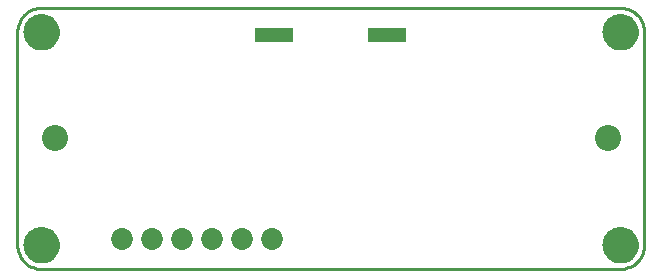
<source format=gbr>
G04 EAGLE Gerber RS-274X export*
G75*
%MOMM*%
%FSLAX34Y34*%
%LPD*%
%INSoldermask Bottom*%
%IPPOS*%
%AMOC8*
5,1,8,0,0,1.08239X$1,22.5*%
G01*
%ADD10C,2.997200*%
%ADD11C,2.203200*%
%ADD12C,1.853200*%
%ADD13R,3.203200X1.203200*%
%ADD14C,0.254000*%


D10*
X20320Y200660D03*
X20320Y20320D03*
X510540Y20320D03*
X510540Y200660D03*
D11*
X31750Y110490D03*
X499750Y110490D03*
D12*
X215900Y24892D03*
X190500Y24892D03*
X165100Y24892D03*
X139700Y24892D03*
X114300Y24892D03*
X88900Y24892D03*
D13*
X313430Y198120D03*
X217430Y198120D03*
D14*
X0Y20320D02*
X77Y18549D01*
X309Y16791D01*
X692Y15061D01*
X1225Y13370D01*
X1904Y11732D01*
X2722Y10160D01*
X3675Y8665D01*
X4754Y7259D01*
X5952Y5952D01*
X7259Y4754D01*
X8665Y3675D01*
X10160Y2722D01*
X11732Y1904D01*
X13370Y1225D01*
X15061Y692D01*
X16791Y309D01*
X18549Y77D01*
X20320Y0D01*
X510540Y0D01*
X512311Y77D01*
X514069Y309D01*
X515799Y692D01*
X517490Y1225D01*
X519128Y1904D01*
X520700Y2722D01*
X522195Y3675D01*
X523601Y4754D01*
X524908Y5952D01*
X526106Y7259D01*
X527185Y8665D01*
X528138Y10160D01*
X528956Y11732D01*
X529635Y13370D01*
X530168Y15061D01*
X530551Y16791D01*
X530783Y18549D01*
X530860Y20320D01*
X530860Y200660D01*
X530783Y202431D01*
X530551Y204189D01*
X530168Y205919D01*
X529635Y207610D01*
X528956Y209248D01*
X528138Y210820D01*
X527185Y212315D01*
X526106Y213721D01*
X524908Y215028D01*
X523601Y216226D01*
X522195Y217305D01*
X520700Y218258D01*
X519128Y219076D01*
X517490Y219755D01*
X515799Y220288D01*
X514069Y220671D01*
X512311Y220903D01*
X510540Y220980D01*
X20320Y220980D01*
X18549Y220903D01*
X16791Y220671D01*
X15061Y220288D01*
X13370Y219755D01*
X11732Y219076D01*
X10160Y218258D01*
X8665Y217305D01*
X7259Y216226D01*
X5952Y215028D01*
X4754Y213721D01*
X3675Y212315D01*
X2722Y210820D01*
X1904Y209248D01*
X1225Y207610D01*
X692Y205919D01*
X309Y204189D01*
X77Y202431D01*
X0Y200660D01*
X0Y20320D01*
X34290Y200161D02*
X34219Y199166D01*
X34077Y198178D01*
X33865Y197203D01*
X33584Y196245D01*
X33235Y195311D01*
X32820Y194403D01*
X32342Y193527D01*
X31803Y192688D01*
X31205Y191889D01*
X30551Y191135D01*
X29845Y190429D01*
X29091Y189775D01*
X28293Y189177D01*
X27453Y188638D01*
X26577Y188160D01*
X25670Y187745D01*
X24735Y187396D01*
X23777Y187115D01*
X22802Y186903D01*
X21814Y186761D01*
X20819Y186690D01*
X19821Y186690D01*
X18826Y186761D01*
X17838Y186903D01*
X16863Y187115D01*
X15905Y187396D01*
X14971Y187745D01*
X14063Y188160D01*
X13187Y188638D01*
X12348Y189177D01*
X11549Y189775D01*
X10795Y190429D01*
X10089Y191135D01*
X9435Y191889D01*
X8837Y192688D01*
X8298Y193527D01*
X7820Y194403D01*
X7405Y195311D01*
X7056Y196245D01*
X6775Y197203D01*
X6563Y198178D01*
X6421Y199166D01*
X6350Y200161D01*
X6350Y201159D01*
X6421Y202154D01*
X6563Y203142D01*
X6775Y204117D01*
X7056Y205075D01*
X7405Y206010D01*
X7820Y206917D01*
X8298Y207793D01*
X8837Y208633D01*
X9435Y209431D01*
X10089Y210185D01*
X10795Y210891D01*
X11549Y211545D01*
X12348Y212143D01*
X13187Y212682D01*
X14063Y213160D01*
X14971Y213575D01*
X15905Y213924D01*
X16863Y214205D01*
X17838Y214417D01*
X18826Y214559D01*
X19821Y214630D01*
X20819Y214630D01*
X21814Y214559D01*
X22802Y214417D01*
X23777Y214205D01*
X24735Y213924D01*
X25670Y213575D01*
X26577Y213160D01*
X27453Y212682D01*
X28293Y212143D01*
X29091Y211545D01*
X29845Y210891D01*
X30551Y210185D01*
X31205Y209431D01*
X31803Y208633D01*
X32342Y207793D01*
X32820Y206917D01*
X33235Y206010D01*
X33584Y205075D01*
X33865Y204117D01*
X34077Y203142D01*
X34219Y202154D01*
X34290Y201159D01*
X34290Y200161D01*
X34290Y19821D02*
X34219Y18826D01*
X34077Y17838D01*
X33865Y16863D01*
X33584Y15905D01*
X33235Y14971D01*
X32820Y14063D01*
X32342Y13187D01*
X31803Y12348D01*
X31205Y11549D01*
X30551Y10795D01*
X29845Y10089D01*
X29091Y9435D01*
X28293Y8837D01*
X27453Y8298D01*
X26577Y7820D01*
X25670Y7405D01*
X24735Y7056D01*
X23777Y6775D01*
X22802Y6563D01*
X21814Y6421D01*
X20819Y6350D01*
X19821Y6350D01*
X18826Y6421D01*
X17838Y6563D01*
X16863Y6775D01*
X15905Y7056D01*
X14971Y7405D01*
X14063Y7820D01*
X13187Y8298D01*
X12348Y8837D01*
X11549Y9435D01*
X10795Y10089D01*
X10089Y10795D01*
X9435Y11549D01*
X8837Y12348D01*
X8298Y13187D01*
X7820Y14063D01*
X7405Y14971D01*
X7056Y15905D01*
X6775Y16863D01*
X6563Y17838D01*
X6421Y18826D01*
X6350Y19821D01*
X6350Y20819D01*
X6421Y21814D01*
X6563Y22802D01*
X6775Y23777D01*
X7056Y24735D01*
X7405Y25670D01*
X7820Y26577D01*
X8298Y27453D01*
X8837Y28293D01*
X9435Y29091D01*
X10089Y29845D01*
X10795Y30551D01*
X11549Y31205D01*
X12348Y31803D01*
X13187Y32342D01*
X14063Y32820D01*
X14971Y33235D01*
X15905Y33584D01*
X16863Y33865D01*
X17838Y34077D01*
X18826Y34219D01*
X19821Y34290D01*
X20819Y34290D01*
X21814Y34219D01*
X22802Y34077D01*
X23777Y33865D01*
X24735Y33584D01*
X25670Y33235D01*
X26577Y32820D01*
X27453Y32342D01*
X28293Y31803D01*
X29091Y31205D01*
X29845Y30551D01*
X30551Y29845D01*
X31205Y29091D01*
X31803Y28293D01*
X32342Y27453D01*
X32820Y26577D01*
X33235Y25670D01*
X33584Y24735D01*
X33865Y23777D01*
X34077Y22802D01*
X34219Y21814D01*
X34290Y20819D01*
X34290Y19821D01*
X524510Y19821D02*
X524439Y18826D01*
X524297Y17838D01*
X524085Y16863D01*
X523804Y15905D01*
X523455Y14971D01*
X523040Y14063D01*
X522562Y13187D01*
X522023Y12348D01*
X521425Y11549D01*
X520771Y10795D01*
X520065Y10089D01*
X519311Y9435D01*
X518513Y8837D01*
X517673Y8298D01*
X516797Y7820D01*
X515890Y7405D01*
X514955Y7056D01*
X513997Y6775D01*
X513022Y6563D01*
X512034Y6421D01*
X511039Y6350D01*
X510041Y6350D01*
X509046Y6421D01*
X508058Y6563D01*
X507083Y6775D01*
X506125Y7056D01*
X505191Y7405D01*
X504283Y7820D01*
X503407Y8298D01*
X502568Y8837D01*
X501769Y9435D01*
X501015Y10089D01*
X500309Y10795D01*
X499655Y11549D01*
X499057Y12348D01*
X498518Y13187D01*
X498040Y14063D01*
X497625Y14971D01*
X497276Y15905D01*
X496995Y16863D01*
X496783Y17838D01*
X496641Y18826D01*
X496570Y19821D01*
X496570Y20819D01*
X496641Y21814D01*
X496783Y22802D01*
X496995Y23777D01*
X497276Y24735D01*
X497625Y25670D01*
X498040Y26577D01*
X498518Y27453D01*
X499057Y28293D01*
X499655Y29091D01*
X500309Y29845D01*
X501015Y30551D01*
X501769Y31205D01*
X502568Y31803D01*
X503407Y32342D01*
X504283Y32820D01*
X505191Y33235D01*
X506125Y33584D01*
X507083Y33865D01*
X508058Y34077D01*
X509046Y34219D01*
X510041Y34290D01*
X511039Y34290D01*
X512034Y34219D01*
X513022Y34077D01*
X513997Y33865D01*
X514955Y33584D01*
X515890Y33235D01*
X516797Y32820D01*
X517673Y32342D01*
X518513Y31803D01*
X519311Y31205D01*
X520065Y30551D01*
X520771Y29845D01*
X521425Y29091D01*
X522023Y28293D01*
X522562Y27453D01*
X523040Y26577D01*
X523455Y25670D01*
X523804Y24735D01*
X524085Y23777D01*
X524297Y22802D01*
X524439Y21814D01*
X524510Y20819D01*
X524510Y19821D01*
X524510Y200161D02*
X524439Y199166D01*
X524297Y198178D01*
X524085Y197203D01*
X523804Y196245D01*
X523455Y195311D01*
X523040Y194403D01*
X522562Y193527D01*
X522023Y192688D01*
X521425Y191889D01*
X520771Y191135D01*
X520065Y190429D01*
X519311Y189775D01*
X518513Y189177D01*
X517673Y188638D01*
X516797Y188160D01*
X515890Y187745D01*
X514955Y187396D01*
X513997Y187115D01*
X513022Y186903D01*
X512034Y186761D01*
X511039Y186690D01*
X510041Y186690D01*
X509046Y186761D01*
X508058Y186903D01*
X507083Y187115D01*
X506125Y187396D01*
X505191Y187745D01*
X504283Y188160D01*
X503407Y188638D01*
X502568Y189177D01*
X501769Y189775D01*
X501015Y190429D01*
X500309Y191135D01*
X499655Y191889D01*
X499057Y192688D01*
X498518Y193527D01*
X498040Y194403D01*
X497625Y195311D01*
X497276Y196245D01*
X496995Y197203D01*
X496783Y198178D01*
X496641Y199166D01*
X496570Y200161D01*
X496570Y201159D01*
X496641Y202154D01*
X496783Y203142D01*
X496995Y204117D01*
X497276Y205075D01*
X497625Y206010D01*
X498040Y206917D01*
X498518Y207793D01*
X499057Y208633D01*
X499655Y209431D01*
X500309Y210185D01*
X501015Y210891D01*
X501769Y211545D01*
X502568Y212143D01*
X503407Y212682D01*
X504283Y213160D01*
X505191Y213575D01*
X506125Y213924D01*
X507083Y214205D01*
X508058Y214417D01*
X509046Y214559D01*
X510041Y214630D01*
X511039Y214630D01*
X512034Y214559D01*
X513022Y214417D01*
X513997Y214205D01*
X514955Y213924D01*
X515890Y213575D01*
X516797Y213160D01*
X517673Y212682D01*
X518513Y212143D01*
X519311Y211545D01*
X520065Y210891D01*
X520771Y210185D01*
X521425Y209431D01*
X522023Y208633D01*
X522562Y207793D01*
X523040Y206917D01*
X523455Y206010D01*
X523804Y205075D01*
X524085Y204117D01*
X524297Y203142D01*
X524439Y202154D01*
X524510Y201159D01*
X524510Y200161D01*
M02*

</source>
